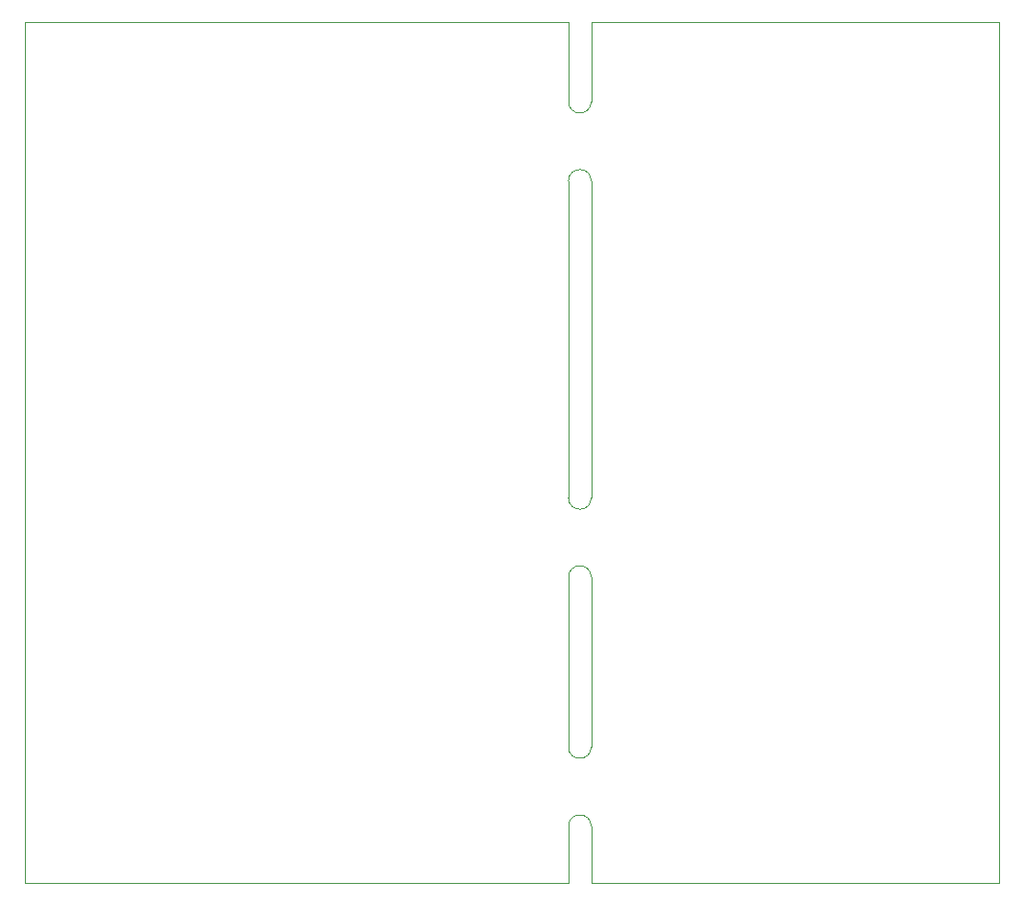
<source format=gm1>
%TF.GenerationSoftware,KiCad,Pcbnew,6.0.10-86aedd382b~118~ubuntu20.04.1*%
%TF.CreationDate,2023-01-20T20:18:30+03:00*%
%TF.ProjectId,PMSM_driver,504d534d-5f64-4726-9976-65722e6b6963,v0.1*%
%TF.SameCoordinates,Original*%
%TF.FileFunction,Profile,NP*%
%FSLAX46Y46*%
G04 Gerber Fmt 4.6, Leading zero omitted, Abs format (unit mm)*
G04 Created by KiCad (PCBNEW 6.0.10-86aedd382b~118~ubuntu20.04.1) date 2023-01-20 20:18:30*
%MOMM*%
%LPD*%
G01*
G04 APERTURE LIST*
%TA.AperFunction,Profile*%
%ADD10C,0.100000*%
%TD*%
G04 APERTURE END LIST*
D10*
X148000000Y-122000000D02*
G75*
G03*
X146000000Y-122000000I-1000000J0D01*
G01*
X146000000Y-65000000D02*
X146000000Y-93000000D01*
X184000000Y-127000000D02*
X148000000Y-127000000D01*
X98000000Y-127000000D02*
X146000000Y-127000000D01*
X146000000Y-51000000D02*
X98000000Y-51000000D01*
X98000000Y-51000000D02*
X98000000Y-127000000D01*
X146000000Y-122000000D02*
X146000000Y-127000000D01*
X146000000Y-100000000D02*
X146000000Y-115000000D01*
X146000000Y-93000000D02*
G75*
G03*
X148000000Y-93000000I1000000J0D01*
G01*
X148000000Y-51000000D02*
X148000000Y-58000000D01*
X148000000Y-100000000D02*
G75*
G03*
X146000000Y-100000000I-1000000J0D01*
G01*
X146000000Y-58000000D02*
G75*
G03*
X148000000Y-58000000I1000000J0D01*
G01*
X184000000Y-51000000D02*
X184000000Y-127000000D01*
X148000000Y-122000000D02*
X148000000Y-127000000D01*
X148000000Y-51000000D02*
X184000000Y-51000000D01*
X146000000Y-115000000D02*
G75*
G03*
X148000000Y-115000000I1000000J0D01*
G01*
X148000000Y-115000000D02*
X148000000Y-100000000D01*
X148000000Y-93000000D02*
X148000000Y-65000000D01*
X148000000Y-65000000D02*
G75*
G03*
X146000000Y-65000000I-1000000J0D01*
G01*
X146000000Y-58000000D02*
X146000000Y-51000000D01*
M02*

</source>
